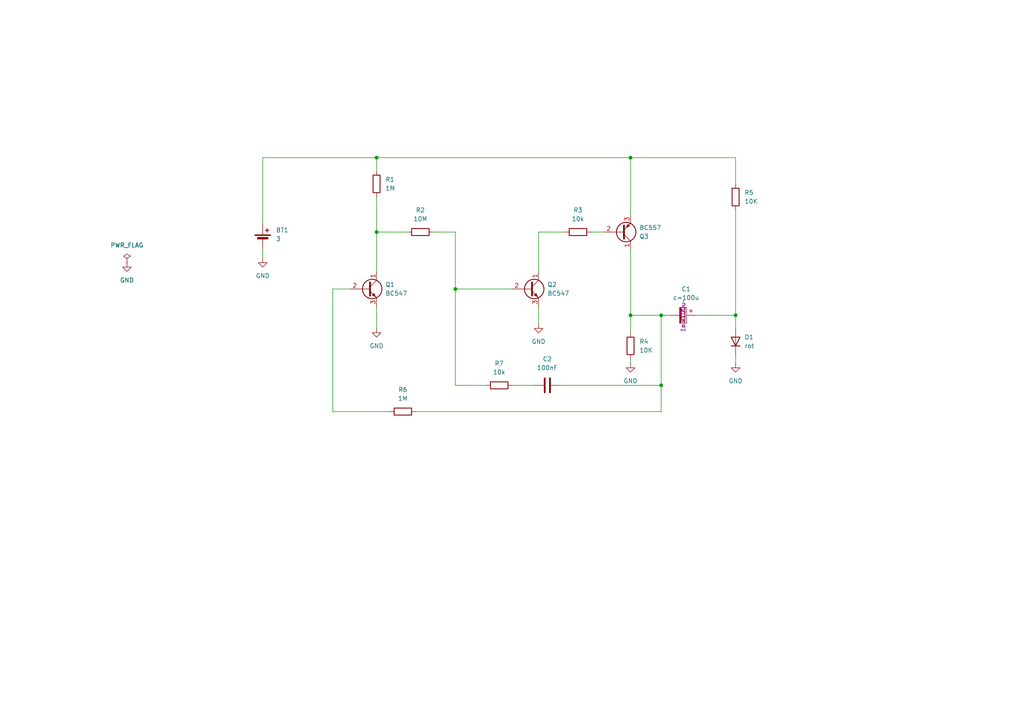
<source format=kicad_sch>
(kicad_sch (version 20250114) (generator "eeschema") (generator_version "9.0")
  (paper "A4")
  (lib_symbols
    (symbol "Device:Battery_Cell" (pin_numbers (hide yes)) (pin_names (offset 0) (hide yes))
      (property "Reference" "BT" (at 2.54 2.54 0))
      (property "Value" "Battery_Cell" (at 2.54 0 0))
      (symbol "Battery_Cell_0_1"
        (rectangle (start -2.286 1.778) (end 2.286 1.524) (fill (type outline)))
        (rectangle (start -1.524 1.016) (end 1.524 0.508) (fill (type outline)))
        (polyline (pts (xy 0 1.778) (xy 0 2.54)))
        (polyline (pts (xy 0 0.762) (xy 0 0)))
        (polyline (pts (xy 0.762 3.048) (xy 1.778 3.048)) (stroke (width 0.254)))
        (polyline (pts (xy 1.27 3.556) (xy 1.27 2.54)) (stroke (width 0.254)))
      )
      (symbol "Battery_Cell_1_1"
        (pin passive line (at 0 5.08 270) (length 2.54) (name "+") (number "1"))
        (pin passive line (at 0 -2.54 90) (length 2.54) (name "-") (number "2"))
      )
    )
    (symbol "Device:C" (pin_numbers (hide yes)) (pin_names (offset 0.254))
      (property "Reference" "C" (at 0.635 2.54 0))
      (property "Value" "C" (at 0.635 -2.54 0))
      (symbol "C_0_1"
        (polyline (pts (xy -2.032 0.762) (xy 2.032 0.762)) (stroke (width 0.508)))
        (polyline (pts (xy -2.032 -0.762) (xy 2.032 -0.762)) (stroke (width 0.508)))
      )
      (symbol "C_1_1"
        (pin passive line (at 0 3.81 270) (length 2.794) (name "~") (number "1"))
        (pin passive line (at 0 -3.81 90) (length 2.794) (name "~") (number "2"))
      )
    )
    (symbol "Device:C_Polarized" (pin_numbers (hide yes)) (pin_names (offset 0.254))
      (property "Reference" "C" (at 0.635 2.54 0))
      (property "Value" "C_Polarized" (at 0.635 -2.54 0))
      (symbol "C_Polarized_0_1"
        (rectangle (start -2.286 0.508) (end 2.286 1.016))
        (polyline (pts (xy -1.778 2.286) (xy -0.762 2.286)))
        (polyline (pts (xy -1.27 2.794) (xy -1.27 1.778)))
        (rectangle (start 2.286 -0.508) (end -2.286 -1.016) (fill (type outline)))
      )
      (symbol "C_Polarized_1_1"
        (pin passive line (at 0 3.81 270) (length 2.794) (name "~") (number "1"))
        (pin passive line (at 0 -3.81 90) (length 2.794) (name "~") (number "2"))
      )
    )
    (symbol "Device:D" (pin_numbers (hide yes)) (pin_names (offset 1.016) (hide yes))
      (property "Reference" "D" (at 0 2.54 0))
      (property "Value" "D" (at 0 -2.54 0))
      (symbol "D_0_1"
        (polyline (pts (xy -1.27 1.27) (xy -1.27 -1.27)) (stroke (width 0.254)))
        (polyline (pts (xy 1.27 1.27) (xy 1.27 -1.27) (xy -1.27 0) (xy 1.27 1.27)) (stroke (width 0.254)))
        (polyline (pts (xy 1.27 0) (xy -1.27 0)))
      )
      (symbol "D_1_1"
        (pin passive line (at -3.81 0 0) (length 2.54) (name "K") (number "1"))
        (pin passive line (at 3.81 0 180) (length 2.54) (name "A") (number "2"))
      )
    )
    (symbol "Device:R" (pin_numbers (hide yes)) (pin_names (offset 0))
      (property "Reference" "R" (at 2.032 0 90))
      (property "Value" "R" (at 0 0 90))
      (symbol "R_0_1"
        (rectangle (start -1.016 -2.54) (end 1.016 2.54) (stroke (width 0.254)))
      )
      (symbol "R_1_1"
        (pin passive line (at 0 3.81 270) (length 1.27) (name "~") (number "1"))
        (pin passive line (at 0 -3.81 90) (length 1.27) (name "~") (number "2"))
      )
    )
    (symbol "Transistor_BJT:BC547" (pin_names (offset 0) (hide yes))
      (property "Reference" "Q" (at 5.08 1.905 0))
      (property "Value" "BC547" (at 5.08 0 0))
      (symbol "BC547_0_1"
        (polyline (pts (xy -2.54 0) (xy 0.635 0)))
        (polyline (pts (xy 0.635 1.905) (xy 0.635 -1.905)) (stroke (width 0.508)))
        (circle (center 1.27 0) (radius 2.8194) (stroke (width 0.254)))
      )
      (symbol "BC547_1_1"
        (polyline (pts (xy 0.635 0.635) (xy 2.54 2.54)))
        (polyline (pts (xy 0.635 -0.635) (xy 2.54 -2.54)))
        (polyline (pts (xy 1.27 -1.778) (xy 1.778 -1.27) (xy 2.286 -2.286) (xy 1.27 -1.778)) (fill (type outline)))
        (pin input line (at -5.08 0 0) (length 2.54) (name "B") (number "2"))
        (pin passive line (at 2.54 5.08 270) (length 2.54) (name "C") (number "1"))
        (pin passive line (at 2.54 -5.08 90) (length 2.54) (name "E") (number "3"))
      )
    )
    (symbol "Transistor_BJT:BC557" (pin_names (offset 0) (hide yes))
      (property "Reference" "Q" (at 5.08 1.905 0))
      (property "Value" "BC557" (at 5.08 0 0))
      (symbol "BC557_0_1"
        (polyline (pts (xy -2.54 0) (xy 0.635 0)))
        (polyline (pts (xy 0.635 1.905) (xy 0.635 -1.905)) (stroke (width 0.508)))
        (polyline (pts (xy 0.635 0.635) (xy 2.54 2.54)))
        (polyline (pts (xy 0.635 -0.635) (xy 2.54 -2.54)))
        (circle (center 1.27 0) (radius 2.8194) (stroke (width 0.254)))
        (polyline (pts (xy 2.286 -1.778) (xy 1.778 -2.286) (xy 1.27 -1.27) (xy 2.286 -1.778)) (fill (type outline)))
      )
      (symbol "BC557_1_1"
        (pin input line (at -5.08 0 0) (length 2.54) (name "B") (number "2"))
        (pin passive line (at 2.54 5.08 270) (length 2.54) (name "C") (number "1"))
        (pin passive line (at 2.54 -5.08 90) (length 2.54) (name "E") (number "3"))
      )
    )
    (symbol "power:GND" (power) (pin_numbers (hide yes)) (pin_names (offset 0) (hide yes))
      (property "Value" "GND" (at 0 -3.81 0))
      (symbol "GND_0_1"
        (polyline (pts (xy 0 0) (xy 0 -1.27) (xy 1.27 -1.27) (xy 0 -2.54) (xy -1.27 -1.27) (xy 0 -1.27)))
      )
      (symbol "GND_1_1"
        (pin power_in line (at 0 0 270) (length 0) (name "~") (number "1"))
      )
    )
    (symbol "power:PWR_FLAG" (power) (pin_numbers (hide yes)) (pin_names (offset 0) (hide yes))
      (property "Value" "PWR_FLAG" (at 0 3.81 0))
      (symbol "PWR_FLAG_0_0"
        (pin power_out line (at 0 0 90) (length 0) (name "~") (number "1"))
      )
      (symbol "PWR_FLAG_0_1"
        (polyline (pts (xy 0 0) (xy 0 1.27) (xy -1.016 1.905) (xy 0 2.54) (xy 1.016 1.905) (xy 0 1.27)))
      )
    )
  )
  (junction (at 109.22 45.72))
  (junction (at 182.88 45.72))
  (junction (at 191.77 111.76))
  (junction (at 132.08 83.82))
  (junction (at 191.77 91.44))
  (junction (at 182.88 91.44))
  (junction (at 213.36 91.44))
  (junction (at 109.22 67.31))
  (wire (pts (xy 76.2 64.77) (xy 76.2 45.72)))
  (wire (pts (xy 201.93 91.44) (xy 213.36 91.44)))
  (wire (pts (xy 109.22 67.31) (xy 109.22 78.74)))
  (wire (pts (xy 148.59 111.76) (xy 154.94 111.76)))
  (wire (pts (xy 162.56 111.76) (xy 191.77 111.76)))
  (wire (pts (xy 191.77 111.76) (xy 191.77 91.44)))
  (wire (pts (xy 132.08 111.76) (xy 132.08 83.82)))
  (wire (pts (xy 96.52 83.82) (xy 96.52 119.38)))
  (wire (pts (xy 182.88 104.14) (xy 182.88 105.41)))
  (wire (pts (xy 120.65 119.38) (xy 191.77 119.38)))
  (wire (pts (xy 76.2 72.39) (xy 76.2 74.93)))
  (wire (pts (xy 76.2 45.72) (xy 109.22 45.72)))
  (wire (pts (xy 132.08 83.82) (xy 132.08 67.31)))
  (wire (pts (xy 132.08 67.31) (xy 125.73 67.31)))
  (wire (pts (xy 109.22 57.15) (xy 109.22 67.31)))
  (wire (pts (xy 148.59 83.82) (xy 132.08 83.82)))
  (wire (pts (xy 156.21 67.31) (xy 163.83 67.31)))
  (wire (pts (xy 109.22 88.9) (xy 109.22 95.25)))
  (wire (pts (xy 156.21 78.74) (xy 156.21 67.31)))
  (wire (pts (xy 182.88 91.44) (xy 182.88 96.52)))
  (wire (pts (xy 213.36 53.34) (xy 213.36 45.72)))
  (wire (pts (xy 156.21 88.9) (xy 156.21 93.98)))
  (wire (pts (xy 109.22 45.72) (xy 182.88 45.72)))
  (wire (pts (xy 113.03 119.38) (xy 96.52 119.38)))
  (wire (pts (xy 213.36 102.87) (xy 213.36 105.41)))
  (wire (pts (xy 96.52 83.82) (xy 101.6 83.82)))
  (wire (pts (xy 182.88 91.44) (xy 191.77 91.44)))
  (wire (pts (xy 213.36 91.44) (xy 213.36 95.25)))
  (wire (pts (xy 171.45 67.31) (xy 175.26 67.31)))
  (wire (pts (xy 182.88 72.39) (xy 182.88 91.44)))
  (wire (pts (xy 213.36 60.96) (xy 213.36 91.44)))
  (wire (pts (xy 109.22 49.53) (xy 109.22 45.72)))
  (wire (pts (xy 182.88 45.72) (xy 213.36 45.72)))
  (wire (pts (xy 191.77 119.38) (xy 191.77 111.76)))
  (wire (pts (xy 109.22 67.31) (xy 118.11 67.31)))
  (wire (pts (xy 191.77 91.44) (xy 194.31 91.44)))
  (wire (pts (xy 182.88 45.72) (xy 182.88 62.23)))
  (wire (pts (xy 132.08 111.76) (xy 140.97 111.76)))
  (symbol (lib_id "Device:Battery_Cell") (at 76.2 69.85 0) (unit 1)
    (property "Reference" "BT1" (at 80.01 66.7384 0) (effects (justify left)))
    (property "Value" "3" (at 80.01 69.2784 0) (effects (justify left)))
    (property "Footprint" "blinkyparts:BatteryHolder_CR2032_schwarz" (effects (hide yes)))
    (property "Description" "Single-cell battery" (effects (hide yes)))
    (property "Sim.Device" "V" (effects (hide yes)))
    (property "Sim.Type" "DC" (effects (hide yes)))
    (property "Sim.Pins" "1=+ 2=-" (effects (hide yes)))
  )
  (symbol (lib_id "power:GND") (at 182.88 105.41 0) (unit 1)
    (property "Reference" "#PWR03" (effects (hide yes)))
    (property "Value" "GND" (at 182.88 110.49 0))
    (property "Description" "Power symbol creates a global label with name \"GND\" , ground" (effects (hide yes)))
  )
  (symbol (lib_id "power:GND") (at 156.21 93.98 0) (unit 1)
    (property "Reference" "#PWR02" (effects (hide yes)))
    (property "Value" "GND" (at 156.21 99.06 0))
    (property "Description" "Power symbol creates a global label with name \"GND\" , ground" (effects (hide yes)))
  )
  (symbol (lib_id "Device:R") (at 144.78 111.76 90) (unit 1)
    (property "Reference" "R7" (at 144.78 105.41 90))
    (property "Value" "10k" (at 144.78 107.95 90))
    (property "Footprint" "blinkyparts:R_Axial_DIN0207_L6.3mm_D2.5mm_P7.62mm_Horizontal_handsoldering" (effects (hide yes)))
    (property "Description" "Resistor" (effects (hide yes)))
  )
  (symbol (lib_id "power:GND") (at 36.83 76.2 0) (unit 1)
    (property "Reference" "#PWR06" (effects (hide yes)))
    (property "Value" "GND" (at 36.83 81.28 0))
    (property "Description" "Power symbol creates a global label with name \"GND\" , ground" (effects (hide yes)))
  )
  (symbol (lib_id "Transistor_BJT:BC547") (at 153.67 83.82 0) (unit 1)
    (property "Reference" "Q2" (at 158.75 82.5499 0) (effects (justify left)))
    (property "Value" "BC547" (at 158.75 85.0899 0) (effects (justify left)))
    (property "Footprint" "Package_TO_SOT_THT:TO-92_HandSolder" (effects (hide yes)))
    (property "Datasheet" "https://www.onsemi.com/pub/Collateral/BC550-D.pdf" (effects (hide yes)))
    (property "Description" "0.1A Ic, 45V Vce, Small Signal NPN Transistor, TO-92" (effects (hide yes)))
    (property "Sim.Library" "kicad-embed://BJT.lib" (effects (hide yes)))
    (property "Sim.Name" "BC547C" (effects (hide yes)))
    (property "Sim.Device" "NPN" (effects (hide yes)))
    (property "Sim.Pins" "1=C 2=B 3=E" (effects (hide yes)))
    (property "Sim.Type" "GUMMELPOON" (effects (hide yes)))
  )
  (symbol (lib_id "Transistor_BJT:BC547") (at 106.68 83.82 0) (unit 1)
    (property "Reference" "Q1" (at 111.76 82.5499 0) (effects (justify left)))
    (property "Value" "BC547" (at 111.76 85.0899 0) (effects (justify left)))
    (property "Footprint" "Package_TO_SOT_THT:TO-92_HandSolder" (effects (hide yes)))
    (property "Datasheet" "https://www.onsemi.com/pub/Collateral/BC550-D.pdf" (effects (hide yes)))
    (property "Description" "0.1A Ic, 45V Vce, Small Signal NPN Transistor, TO-92" (effects (hide yes)))
    (property "Sim.Library" "kicad-embed://BJT.lib" (effects (hide yes)))
    (property "Sim.Name" "BC547C" (effects (hide yes)))
    (property "Sim.Device" "NPN" (effects (hide yes)))
    (property "Sim.Pins" "1=C 2=B 3=E" (effects (hide yes)))
    (property "Sim.Type" "GUMMELPOON" (effects (hide yes)))
  )
  (symbol (lib_id "Device:C") (at 158.75 111.76 90) (unit 1)
    (property "Reference" "C2" (at 158.75 104.14 90))
    (property "Value" "100nF" (at 158.75 106.68 90))
    (property "Footprint" "Capacitor_THT:C_Disc_D5.0mm_W2.5mm_P2.50mm" (effects (hide yes)))
    (property "Description" "Unpolarized capacitor" (effects (hide yes)))
  )
  (symbol (lib_id "power:GND") (at 109.22 95.25 0) (unit 1)
    (property "Reference" "#PWR01" (effects (hide yes)))
    (property "Value" "GND" (at 109.22 100.33 0))
    (property "Description" "Power symbol creates a global label with name \"GND\" , ground" (effects (hide yes)))
  )
  (symbol (lib_id "Device:R") (at 213.36 57.15 0) (unit 1)
    (property "Reference" "R5" (at 215.9 55.8799 0) (effects (justify left)))
    (property "Value" "10K" (at 215.9 58.4199 0) (effects (justify left)))
    (property "Footprint" "blinkyparts:R_Axial_DIN0207_L6.3mm_D2.5mm_P7.62mm_Horizontal_handsoldering" (effects (hide yes)))
    (property "Description" "Resistor" (effects (hide yes)))
  )
  (symbol (lib_id "Device:R") (at 109.22 53.34 0) (unit 1)
    (property "Reference" "R1" (at 111.76 52.0699 0) (effects (justify left)))
    (property "Value" "1M" (at 111.76 54.6099 0) (effects (justify left)))
    (property "Footprint" "blinkyparts:R_Axial_DIN0207_L6.3mm_D2.5mm_P7.62mm_Horizontal_handsoldering" (effects (hide yes)))
    (property "Description" "Resistor" (effects (hide yes)))
  )
  (symbol (lib_id "Device:R") (at 121.92 67.31 90) (unit 1)
    (property "Reference" "R2" (at 121.92 60.96 90))
    (property "Value" "10M" (at 121.92 63.5 90))
    (property "Footprint" "blinkyparts:R_Axial_DIN0207_L6.3mm_D2.5mm_P7.62mm_Horizontal_handsoldering" (effects (hide yes)))
    (property "Description" "Resistor" (effects (hide yes)))
  )
  (symbol (lib_id "Device:D") (at 213.36 99.06 90) (unit 1)
    (property "Reference" "D1" (at 215.9 97.7899 90) (effects (justify right)))
    (property "Value" "rot" (at 215.9 100.3299 90) (effects (justify right)))
    (property "Footprint" "LED_THT:LED_D5.0mm" (effects (hide yes)))
    (property "Description" "Diode" (effects (hide yes)))
    (property "Sim.Device" "D" (effects (hide yes)))
    (property "Sim.Pins" "1=A 2=K" (effects (hide yes)))
  )
  (symbol (lib_id "Device:R") (at 167.64 67.31 90) (unit 1)
    (property "Reference" "R3" (at 167.64 60.96 90))
    (property "Value" "10k" (at 167.64 63.5 90))
    (property "Footprint" "blinkyparts:R_Axial_DIN0207_L6.3mm_D2.5mm_P7.62mm_Horizontal_handsoldering" (effects (hide yes)))
    (property "Description" "Resistor" (effects (hide yes)))
  )
  (symbol (lib_id "power:GND") (at 213.36 105.41 0) (unit 1)
    (property "Reference" "#PWR04" (effects (hide yes)))
    (property "Value" "GND" (at 213.36 110.49 0))
    (property "Description" "Power symbol creates a global label with name \"GND\" , ground" (effects (hide yes)))
  )
  (symbol (lib_id "Transistor_BJT:BC557") (at 180.34 67.31 0) (mirror x) (unit 1)
    (property "Reference" "Q3" (at 185.42 68.5801 0) (effects (justify left)))
    (property "Value" "BC557" (at 185.42 66.0401 0) (effects (justify left)))
    (property "Footprint" "Package_TO_SOT_THT:TO-92_HandSolder" (effects (hide yes)))
    (property "Datasheet" "https://www.onsemi.com/pub/Collateral/BC556BTA-D.pdf" (effects (hide yes)))
    (property "Description" "0.1A Ic, 45V Vce, PNP Small Signal Transistor, TO-92" (effects (hide yes)))
    (property "Sim.Library" "kicad-embed://BJT.lib" (effects (hide yes)))
    (property "Sim.Name" "BC557C" (effects (hide yes)))
    (property "Sim.Device" "PNP" (effects (hide yes)))
    (property "Sim.Pins" "1=E 2=B 3=C" (effects (hide yes)))
    (property "Sim.Type" "GUMMELPOON" (effects (hide yes)))
  )
  (symbol (lib_id "power:GND") (at 76.2 74.93 0) (unit 1)
    (property "Reference" "#PWR05" (effects (hide yes)))
    (property "Value" "GND" (at 76.2 80.01 0))
    (property "Description" "Power symbol creates a global label with name \"GND\" , ground" (effects (hide yes)))
  )
  (symbol (lib_id "Device:R") (at 116.84 119.38 90) (unit 1)
    (property "Reference" "R6" (at 116.84 113.03 90))
    (property "Value" "1M" (at 116.84 115.57 90))
    (property "Footprint" "blinkyparts:R_Axial_DIN0207_L6.3mm_D2.5mm_P7.62mm_Horizontal_handsoldering" (effects (hide yes)))
    (property "Description" "Resistor" (effects (hide yes)))
  )
  (symbol (lib_id "power:PWR_FLAG") (at 36.83 76.2 0) (unit 1)
    (property "Reference" "#FLG01" (effects (hide yes)))
    (property "Value" "PWR_FLAG" (at 36.83 71.12 0))
    (property "Description" "Special symbol for telling ERC where power comes from" (effects (hide yes)))
  )
  (symbol (lib_id "Device:R") (at 182.88 100.33 0) (unit 1)
    (property "Reference" "R4" (at 185.42 99.0599 0) (effects (justify left)))
    (property "Value" "10K" (at 185.42 101.5999 0) (effects (justify left)))
    (property "Footprint" "blinkyparts:R_Axial_DIN0207_L6.3mm_D2.5mm_P7.62mm_Horizontal_handsoldering" (effects (hide yes)))
    (property "Description" "Resistor" (effects (hide yes)))
  )
  (symbol (lib_id "Device:C_Polarized") (at 198.12 91.44 270) (unit 1)
    (property "Reference" "C1" (at 199.009 83.82 90))
    (property "Value" "${SIM.PARAMS}" (at 199.009 86.36 90))
    (property "Footprint" "Capacitor_THT:CP_Radial_D6.3mm_P2.50mm" (effects (hide yes)))
    (property "Description" "Polarized capacitor" (effects (hide yes)))
    (property "Sim.Device" "C" (at 198.12 91.44 0))
    (property "Sim.Params" "c=100u" (at 198.12 91.44 0))
    (property "Sim.Pins" "1=+ 2=-" (at 198.12 91.44 0))
  )
)
</source>
